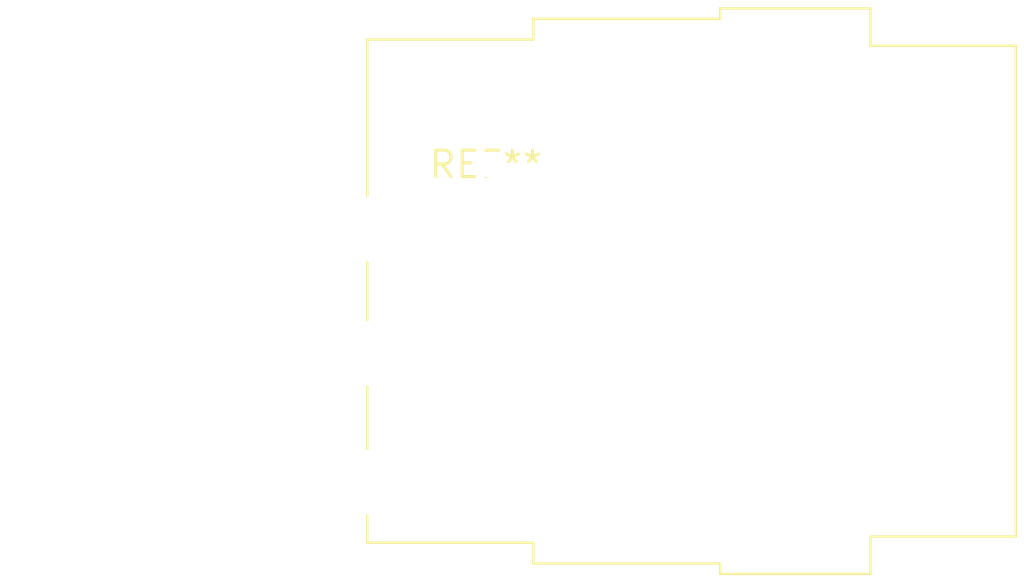
<source format=kicad_pcb>
(kicad_pcb (version 20240108) (generator pcbnew)
  (layers (0 "F.Cu" signal) (31 "B.Cu" signal) (34 "B.Paste" user) (35 "F.Paste" user) (36 "B.SilkS" user "B.Silkscreen") (37 "F.SilkS" user "F.Silkscreen") (38 "B.Mask" user) (39 "F.Mask" user) (44 "Edge.Cuts" user))
  (net 0 "")
  (footprint "Jack_XLR-6.35mm_Neutrik_NCJ9FI-H_Horizontal" (layer "F.Cu") (at 0 0)
    (property "Reference" "REF**")
    (property "Value" "Jack_XLR-6.35mm_Neutrik_NCJ9FI-H_Horizontal")
    (fp_line (start -5.72 -6.02) (end -5.72 1.5) (layer "F.SilkS") (stroke (width 0.12)))
    (fp_line (start -5.72 4.7) (end -5.72 7.5) (layer "F.SilkS") (stroke (width 0.12)))
    (fp_line (start -5.72 10.7) (end -5.72 13.7) (layer "F.SilkS") (stroke (width 0.12)))
    (fp_line (start -5.72 16.9) (end -5.72 18.22) (layer "F.SilkS") (stroke (width 0.12)))
    (fp_line (start 2.28 -7.02) (end 2.28 -6.02) (layer "F.SilkS") (stroke (width 0.12)))
    (fp_line (start 2.28 -6.02) (end -5.72 -6.02) (layer "F.SilkS") (stroke (width 0.12)))
    (fp_line (start 2.28 18.22) (end -5.72 18.22) (layer "F.SilkS") (stroke (width 0.12)))
    (fp_line (start 2.28 19.22) (end 2.28 18.22) (layer "F.SilkS") (stroke (width 0.12)))
    (fp_line (start 11.28 -7.02) (end 2.28 -7.02) (layer "F.SilkS") (stroke (width 0.12)))
    (fp_line (start 11.28 -7.02) (end 11.28 -7.52) (layer "F.SilkS") (stroke (width 0.12)))
    (fp_line (start 11.28 19.22) (end 2.28 19.22) (layer "F.SilkS") (stroke (width 0.12)))
    (fp_line (start 11.28 19.72) (end 11.28 19.22) (layer "F.SilkS") (stroke (width 0.12)))
    (fp_line (start 18.52 -7.52) (end 11.28 -7.52) (layer "F.SilkS") (stroke (width 0.12)))
    (fp_line (start 18.52 -7.52) (end 18.52 -5.72) (layer "F.SilkS") (stroke (width 0.12)))
    (fp_line (start 18.52 -5.72) (end 25.52 -5.72) (layer "F.SilkS") (stroke (width 0.12)))
    (fp_line (start 18.52 17.92) (end 18.52 19.72) (layer "F.SilkS") (stroke (width 0.12)))
    (fp_line (start 18.52 17.92) (end 25.52 17.92) (layer "F.SilkS") (stroke (width 0.12)))
    (fp_line (start 18.52 19.72) (end 11.28 19.72) (layer "F.SilkS") (stroke (width 0.12)))
    (fp_line (start 25.52 -5.72) (end 25.52 17.92) (layer "F.SilkS") (stroke (width 0.12)))
    (pad "" np_thru_hole circle (at 11.4 2.1) (size 2.1 2.1) (drill 2.1) (layers *.Cu *.Mask))
    (pad "1" thru_hole circle (at 0 0) (size 2.9 2.9) (drill 1.2) (layers *.Cu *.Mask) (remove_unused_layers))
    (pad "2" thru_hole circle (at 0 12.2) (size 2.9 2.9) (drill 1.2) (layers *.Cu *.Mask) (remove_unused_layers))
    (pad "3" thru_hole circle (at 0 6.1) (size 2.9 2.9) (drill 1.2) (layers *.Cu *.Mask) (remove_unused_layers))
    (pad "G" thru_hole circle (at 7.3 6.1) (size 2.9 2.9) (drill 1.2) (layers *.Cu *.Mask) (remove_unused_layers))
    (pad "R" thru_hole circle (at 3.9 0.9) (size 2.9 2.9) (drill 1.2) (layers *.Cu *.Mask) (remove_unused_layers))
    (pad "RN" thru_hole circle (at -6.6 3.1) (size 2.9 2.9) (drill 1.2) (layers *.Cu *.Mask) (remove_unused_layers))
    (pad "S" thru_hole circle (at 7.3 11.3) (size 2.9 2.9) (drill 1.2) (layers *.Cu *.Mask) (remove_unused_layers))
    (pad "SN" thru_hole circle (at 3.9 9.1) (size 2.9 2.9) (drill 1.2) (layers *.Cu *.Mask) (remove_unused_layers))
    (pad "T" thru_hole circle (at -6.6 15.3) (size 2.9 2.9) (drill 1.2) (layers *.Cu *.Mask) (remove_unused_layers))
    (pad "TN" thru_hole circle (at -6.6 9.1) (size 2.9 2.9) (drill 1.2) (layers *.Cu *.Mask) (remove_unused_layers))
  )
)
</source>
